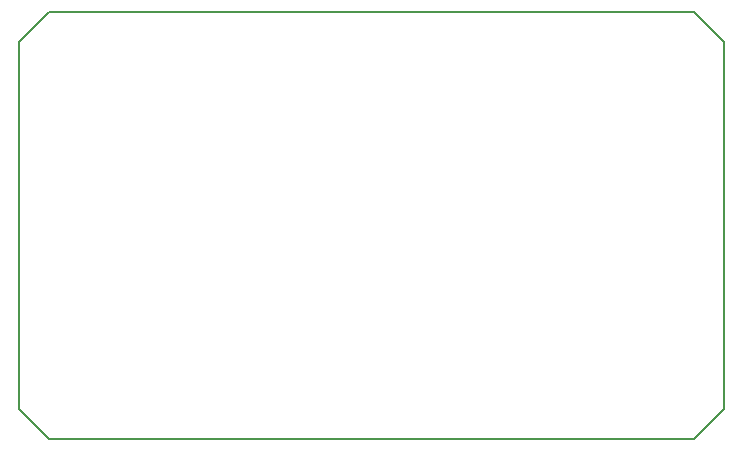
<source format=gm1>
G04 #@! TF.FileFunction,Profile,NP*
%FSLAX46Y46*%
G04 Gerber Fmt 4.6, Leading zero omitted, Abs format (unit mm)*
G04 Created by KiCad (PCBNEW 4.0.7-e2-6376~60~ubuntu17.10.1) date Thu Dec 28 10:46:34 2017*
%MOMM*%
%LPD*%
G01*
G04 APERTURE LIST*
%ADD10C,0.100000*%
%ADD11C,0.150000*%
G04 APERTURE END LIST*
D10*
D11*
X146685000Y-76835000D02*
X201295000Y-76835000D01*
X203835000Y-79375000D02*
X201295000Y-76835000D01*
X203835000Y-110490000D02*
X203835000Y-79375000D01*
X201295000Y-113030000D02*
X203835000Y-110490000D01*
X146685000Y-113030000D02*
X201295000Y-113030000D01*
X144145000Y-79375000D02*
X146685000Y-76835000D01*
X144145000Y-110490000D02*
X144145000Y-79375000D01*
X146685000Y-113030000D02*
X144145000Y-110490000D01*
M02*

</source>
